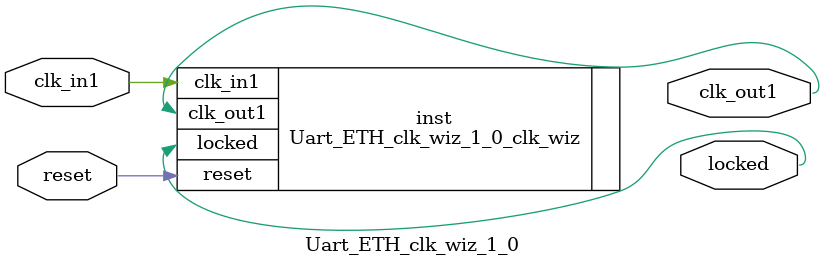
<source format=v>


`timescale 1ps/1ps

(* CORE_GENERATION_INFO = "Uart_ETH_clk_wiz_1_0,clk_wiz_v5_4_1_0,{component_name=Uart_ETH_clk_wiz_1_0,use_phase_alignment=true,use_min_o_jitter=false,use_max_i_jitter=false,use_dyn_phase_shift=false,use_inclk_switchover=false,use_dyn_reconfig=false,enable_axi=0,feedback_source=FDBK_AUTO,PRIMITIVE=MMCM,num_out_clk=1,clkin1_period=10.000,clkin2_period=10.000,use_power_down=false,use_reset=true,use_locked=true,use_inclk_stopped=false,feedback_type=SINGLE,CLOCK_MGR_TYPE=NA,manual_override=false}" *)

module Uart_ETH_clk_wiz_1_0 
 (
  // Clock out ports
  output        clk_out1,
  // Status and control signals
  input         reset,
  output        locked,
 // Clock in ports
  input         clk_in1
 );

  Uart_ETH_clk_wiz_1_0_clk_wiz inst
  (
  // Clock out ports  
  .clk_out1(clk_out1),
  // Status and control signals               
  .reset(reset), 
  .locked(locked),
 // Clock in ports
  .clk_in1(clk_in1)
  );

endmodule

</source>
